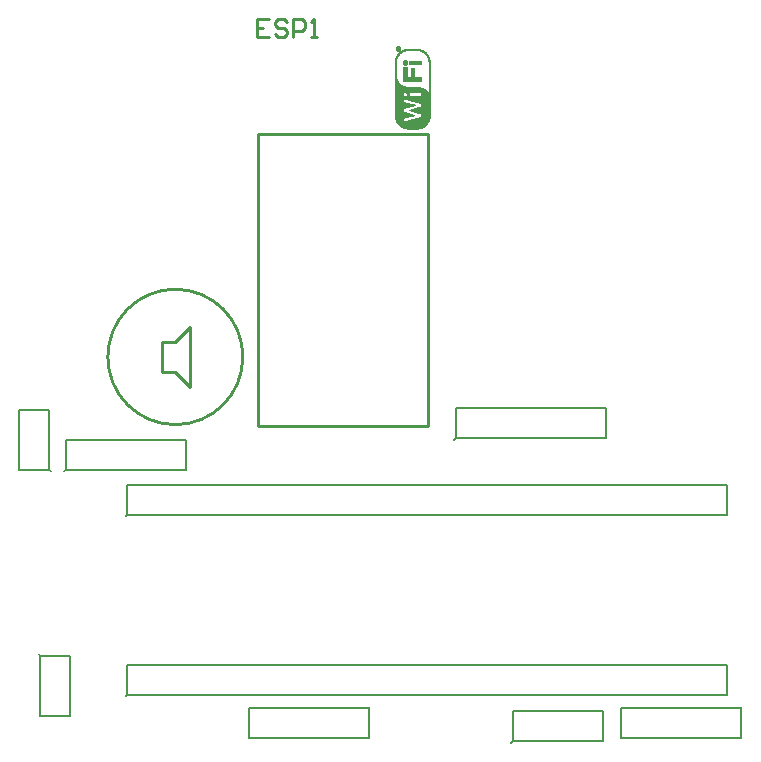
<source format=gto>
G04*
G04 #@! TF.GenerationSoftware,Altium Limited,Altium Designer,25.4.2 (15)*
G04*
G04 Layer_Color=65535*
%FSTAX25Y25*%
%MOIN*%
G70*
G04*
G04 #@! TF.SameCoordinates,2C2525F3-303F-437E-BE4D-0CA75C0766EE*
G04*
G04*
G04 #@! TF.FilePolarity,Positive*
G04*
G01*
G75*
%ADD10C,0.01000*%
%ADD11C,0.00050*%
%ADD12C,0.00800*%
D10*
X00825Y0145D02*
G03*
X00375Y0145I-00225J0000138D01*
G01*
D02*
G03*
X00825Y0145I00225J0D01*
G01*
X0087653Y0122095D02*
Y0219339D01*
X0144346D01*
Y0122095D02*
Y0219339D01*
X0087653Y0122095D02*
X0144346D01*
X00555Y01445D02*
Y015D01*
X006D01*
X0065Y0155D01*
Y0135D02*
Y0155D01*
X006Y014D02*
X0065Y0135D01*
X00555Y014D02*
X006D01*
X00555D02*
Y01445D01*
X0091099Y0257698D02*
X00871D01*
Y02517D01*
X0091099D01*
X00871Y0254699D02*
X0089099D01*
X0097097Y0256698D02*
X0096097Y0257698D01*
X0094098D01*
X0093098Y0256698D01*
Y0255699D01*
X0094098Y0254699D01*
X0096097D01*
X0097097Y0253699D01*
Y02527D01*
X0096097Y02517D01*
X0094098D01*
X0093098Y02527D01*
X0099096Y02517D02*
Y0257698D01*
X0102095D01*
X0103095Y0256698D01*
Y0254699D01*
X0102095Y0253699D01*
X0099096D01*
X0105094Y02517D02*
X0107094D01*
X0106094D01*
Y0257698D01*
X0105094Y0256698D01*
D11*
X0144798Y0225216D02*
Y0243716D01*
X0144748Y0224866D02*
Y0244116D01*
X0144698Y0224616D02*
Y0244316D01*
X0144648Y0224416D02*
Y0244516D01*
X0144598Y0224266D02*
Y0244666D01*
X0144548Y0224116D02*
Y0244816D01*
X0144498Y0223966D02*
Y0244966D01*
X0144448Y0223866D02*
Y0245066D01*
X0144398Y0223766D02*
Y0245166D01*
X0144348Y0243816D02*
Y0245266D01*
Y0223666D02*
Y0233166D01*
X0144298Y0244166D02*
Y0245366D01*
Y0223566D02*
Y0233216D01*
X0144248Y0244416D02*
Y0245466D01*
Y0223466D02*
Y0233316D01*
X0144198Y0244566D02*
Y0245566D01*
Y0223366D02*
Y0233366D01*
X0144148Y0244716D02*
Y0245666D01*
Y0223266D02*
Y0233416D01*
X0144098Y0244866D02*
Y0245716D01*
Y0223216D02*
Y0233466D01*
X0144048Y0244966D02*
Y0245816D01*
Y0223116D02*
Y0233516D01*
X0143998Y0245066D02*
Y0245866D01*
Y0223066D02*
Y0233566D01*
X0143948Y0245166D02*
Y0245916D01*
Y0222966D02*
Y0233616D01*
X0143898Y0245266D02*
Y0246016D01*
Y0222916D02*
Y0233666D01*
X0143848Y0245366D02*
Y0246066D01*
Y0222866D02*
Y0233716D01*
X0143798Y0245466D02*
Y0246116D01*
Y0222816D02*
Y0233766D01*
X0143748Y0245516D02*
Y0246166D01*
Y0222766D02*
Y0233816D01*
X0143698Y0245616D02*
Y0246266D01*
Y0222666D02*
Y0233866D01*
X0143648Y0245666D02*
Y0246316D01*
Y0222616D02*
Y0233916D01*
X0143598Y0245716D02*
Y0246366D01*
Y0222566D02*
Y0233916D01*
X0143548Y0245816D02*
Y0246416D01*
Y0222516D02*
Y0233966D01*
X0143498Y0245866D02*
Y0246466D01*
Y0222466D02*
Y0234016D01*
X0143448Y0245916D02*
Y0246516D01*
Y0222416D02*
Y0234066D01*
X0143398Y0245966D02*
Y0246566D01*
Y0222366D02*
Y0234116D01*
X0143348Y0246016D02*
Y0246616D01*
Y0222316D02*
Y0234116D01*
X0143298Y0246116D02*
Y0246666D01*
Y0222266D02*
Y0234166D01*
X0143248Y0246166D02*
Y0246666D01*
Y0222216D02*
Y0234216D01*
X0143198Y0246216D02*
Y0246716D01*
Y0222216D02*
Y0234216D01*
X0143148Y0246266D02*
Y0246766D01*
Y0222166D02*
Y0234266D01*
X0143098Y0246266D02*
Y0246816D01*
Y0222116D02*
Y0234316D01*
X0143048Y0246316D02*
Y0246866D01*
Y0222066D02*
Y0234316D01*
X0142998Y0246366D02*
Y0246866D01*
Y0222066D02*
Y0234366D01*
X0142948Y0246416D02*
Y0246916D01*
Y0222016D02*
Y0234416D01*
X0142898Y0246466D02*
Y0246966D01*
Y0221966D02*
Y0234416D01*
X0142848Y0246516D02*
Y0247016D01*
Y0221916D02*
Y0234466D01*
X0142798Y0246516D02*
Y0247016D01*
Y0221916D02*
Y0234466D01*
X0142748Y0246566D02*
Y0247066D01*
Y0221866D02*
Y0234516D01*
X0142698Y0246616D02*
Y0247116D01*
Y0221816D02*
Y0234516D01*
X0142648Y0246666D02*
Y0247116D01*
Y0221816D02*
Y0234566D01*
X0142598Y0246666D02*
Y0247166D01*
Y0221766D02*
Y0234566D01*
X0142548Y0246716D02*
Y0247166D01*
Y0221766D02*
Y0234616D01*
X0142498Y0246766D02*
Y0247216D01*
Y0221716D02*
Y0234616D01*
X0142448Y0246766D02*
Y0247216D01*
Y0221666D02*
Y0234666D01*
X0142398Y0246816D02*
Y0247266D01*
Y0221666D02*
Y0234666D01*
X0142348Y0246816D02*
Y0247266D01*
Y0221616D02*
Y0234666D01*
X0142298Y0246866D02*
Y0247316D01*
Y0221616D02*
Y0234716D01*
X0142248Y0246866D02*
Y0247316D01*
Y0221566D02*
Y0234716D01*
X0142198Y0246916D02*
Y0247366D01*
Y0221566D02*
Y0234766D01*
X0142148Y0246916D02*
Y0247366D01*
Y0221566D02*
Y0234766D01*
X0142098Y0246966D02*
Y0247416D01*
Y0221516D02*
Y0234766D01*
X0142048Y0246966D02*
Y0247416D01*
Y0221516D02*
Y0234816D01*
X0141998Y0247016D02*
Y0247466D01*
Y0243816D02*
Y0243866D01*
Y0242866D02*
Y0243666D01*
Y0242666D02*
Y0242766D01*
Y0237216D02*
Y0238466D01*
Y0233266D02*
Y0234816D01*
Y0229666D02*
Y0232016D01*
Y0228766D02*
Y0228866D01*
Y0228666D02*
Y0228716D01*
Y0226066D02*
Y0228566D01*
Y0225216D02*
Y0225266D01*
Y0221466D02*
Y0225116D01*
X0141948Y0247016D02*
Y0247466D01*
Y0242566D02*
Y0243866D01*
Y0237116D02*
Y0238466D01*
Y0233266D02*
Y0234816D01*
Y0229666D02*
Y0231966D01*
Y0226166D02*
Y0228566D01*
Y0221466D02*
Y0225066D01*
X0141898Y0247066D02*
Y0247466D01*
Y0242566D02*
Y0243866D01*
Y0237116D02*
Y0238466D01*
Y0233266D02*
Y0234866D01*
Y0229716D02*
Y0231966D01*
Y0226166D02*
Y0228566D01*
Y0221466D02*
Y0225066D01*
X0141848Y0247066D02*
Y0247516D01*
Y0242566D02*
Y0243866D01*
Y0237116D02*
Y0238466D01*
Y0233266D02*
Y0234866D01*
Y0229716D02*
Y0231966D01*
Y0226166D02*
Y0228516D01*
Y0221416D02*
Y0225066D01*
X0141798Y0247066D02*
Y0247516D01*
Y0242566D02*
Y0243866D01*
Y0237116D02*
Y0238466D01*
Y0233266D02*
Y0234866D01*
Y0229716D02*
Y0232016D01*
Y0226216D02*
Y0228516D01*
Y0221416D02*
Y0225016D01*
X0141748Y0247116D02*
Y0247516D01*
Y0242566D02*
Y0243866D01*
Y0237116D02*
Y0238466D01*
Y0233266D02*
Y0234866D01*
Y0229716D02*
Y0232016D01*
Y0226216D02*
Y0228516D01*
Y0221366D02*
Y0225016D01*
X0141698Y0247116D02*
Y0247566D01*
Y0242566D02*
Y0243866D01*
Y0237116D02*
Y0238466D01*
Y0233266D02*
Y0234916D01*
Y0229766D02*
Y0231966D01*
Y0226216D02*
Y0228466D01*
Y0221366D02*
Y0225016D01*
X0141648Y0247116D02*
Y0247566D01*
Y0242566D02*
Y0243866D01*
Y0237116D02*
Y0238466D01*
Y0233266D02*
Y0234916D01*
Y0229766D02*
Y0231966D01*
Y0226266D02*
Y0228466D01*
Y0221366D02*
Y0225016D01*
X0141598Y0247166D02*
Y0247566D01*
Y0242566D02*
Y0243866D01*
Y0237116D02*
Y0238466D01*
Y0233266D02*
Y0234916D01*
Y0229766D02*
Y0231966D01*
Y0226266D02*
Y0228466D01*
Y0221366D02*
Y0224966D01*
X0141548Y0247166D02*
Y0247616D01*
Y0242566D02*
Y0243866D01*
Y0237116D02*
Y0238466D01*
Y0233266D02*
Y0234916D01*
Y0229766D02*
Y0231966D01*
Y0226266D02*
Y0228466D01*
Y0221316D02*
Y0224966D01*
X0141498Y0247166D02*
Y0247616D01*
Y0242566D02*
Y0243866D01*
Y0237116D02*
Y0238466D01*
Y0233266D02*
Y0234966D01*
Y0229816D02*
Y0231966D01*
Y0226266D02*
Y0228416D01*
Y0221316D02*
Y0224966D01*
X0141448Y0247216D02*
Y0247616D01*
Y0242566D02*
Y0243866D01*
Y0237116D02*
Y0238466D01*
Y0233266D02*
Y0234966D01*
Y0229816D02*
Y0231966D01*
Y0226316D02*
Y0228416D01*
Y0221316D02*
Y0224916D01*
X0141398Y0247216D02*
Y0247616D01*
Y0242566D02*
Y0243866D01*
Y0237116D02*
Y0238466D01*
Y0233266D02*
Y0234966D01*
Y0229816D02*
Y0231966D01*
Y0226316D02*
Y0228416D01*
Y0221266D02*
Y0224916D01*
X0141348Y0247216D02*
Y0247666D01*
Y0242566D02*
Y0243866D01*
Y0237116D02*
Y0238466D01*
Y0233266D02*
Y0234966D01*
Y0229866D02*
Y0231966D01*
Y0226316D02*
Y0228366D01*
Y0221266D02*
Y0224916D01*
X0141298Y0247216D02*
Y0247666D01*
Y0242566D02*
Y0243866D01*
Y0237116D02*
Y0238466D01*
Y0233266D02*
Y0234966D01*
Y0229866D02*
Y0231966D01*
Y0226366D02*
Y0228366D01*
Y0221266D02*
Y0224916D01*
X0141248Y0247266D02*
Y0247666D01*
Y0242566D02*
Y0243866D01*
Y0237116D02*
Y0238466D01*
Y0233266D02*
Y0235016D01*
Y0229866D02*
Y0231966D01*
Y0226366D02*
Y0228366D01*
Y0221266D02*
Y0224866D01*
X0141198Y0247266D02*
Y0247666D01*
Y0242566D02*
Y0243866D01*
Y0237116D02*
Y0238466D01*
Y0233266D02*
Y0235016D01*
Y0229866D02*
Y0231966D01*
Y0226366D02*
Y0228366D01*
Y0221266D02*
Y0224866D01*
X0141148Y0247266D02*
Y0247666D01*
Y0242566D02*
Y0243866D01*
Y0237116D02*
Y0238466D01*
Y0233266D02*
Y0235016D01*
Y0229916D02*
Y0231966D01*
Y0226366D02*
Y0228316D01*
Y0221216D02*
Y0224866D01*
X0141098Y0247266D02*
Y0247716D01*
Y0242566D02*
Y0243866D01*
Y0237116D02*
Y0238466D01*
Y0233266D02*
Y0235016D01*
Y0229916D02*
Y0231966D01*
Y0226416D02*
Y0228316D01*
Y0221216D02*
Y0224866D01*
X0141048Y0247266D02*
Y0247716D01*
Y0242566D02*
Y0243866D01*
Y0237116D02*
Y0238466D01*
Y0233266D02*
Y0235016D01*
Y0229916D02*
Y0231966D01*
Y0226416D02*
Y0228316D01*
Y0221216D02*
Y0224816D01*
X0140998Y0247316D02*
Y0247716D01*
Y0242566D02*
Y0243866D01*
Y0237116D02*
Y0238466D01*
Y0233266D02*
Y0235016D01*
Y0229916D02*
Y0231966D01*
Y0226416D02*
Y0228266D01*
Y0221216D02*
Y0224816D01*
X0140948Y0247316D02*
Y0247716D01*
Y0242566D02*
Y0243866D01*
Y0237116D02*
Y0238466D01*
Y0233266D02*
Y0235016D01*
Y0229966D02*
Y0231966D01*
Y0226466D02*
Y0228266D01*
Y0221216D02*
Y0224816D01*
X0140898Y0247316D02*
Y0247716D01*
Y0242566D02*
Y0243866D01*
Y0237116D02*
Y0238466D01*
Y0233266D02*
Y0235016D01*
Y0229966D02*
Y0231966D01*
Y0226466D02*
Y0228266D01*
Y0221216D02*
Y0224816D01*
X0140848Y0247316D02*
Y0247716D01*
Y0242566D02*
Y0243866D01*
Y0237116D02*
Y0238466D01*
Y0233266D02*
Y0235066D01*
Y0229966D02*
Y0231966D01*
Y0226466D02*
Y0228216D01*
Y0221216D02*
Y0224766D01*
X0140798Y0247316D02*
Y0247766D01*
Y0242566D02*
Y0243866D01*
Y0237116D02*
Y0238466D01*
Y0233266D02*
Y0235066D01*
Y0229966D02*
Y0231966D01*
Y0226466D02*
Y0228216D01*
Y0221166D02*
Y0224766D01*
X0140748Y0247316D02*
Y0247766D01*
Y0242566D02*
Y0243866D01*
Y0237116D02*
Y0238466D01*
Y0233266D02*
Y0235066D01*
Y0230016D02*
Y0231966D01*
Y0226516D02*
Y0228216D01*
Y0221166D02*
Y0224766D01*
X0140698Y0247316D02*
Y0247766D01*
Y0242566D02*
Y0243866D01*
Y0237116D02*
Y0238466D01*
Y0233266D02*
Y0235066D01*
Y0230016D02*
Y0231966D01*
Y0226516D02*
Y0228216D01*
Y0221166D02*
Y0224716D01*
X0140648Y0247316D02*
Y0247766D01*
Y0242566D02*
Y0243866D01*
Y0237116D02*
Y0238466D01*
Y0233266D02*
Y0235066D01*
Y0230016D02*
Y0231966D01*
Y0226516D02*
Y0228166D01*
Y0221166D02*
Y0224716D01*
X0140598Y0247316D02*
Y0247766D01*
Y0242566D02*
Y0243866D01*
Y0237116D02*
Y0238466D01*
Y0233266D02*
Y0235066D01*
Y0230016D02*
Y0231966D01*
Y0226566D02*
Y0228166D01*
Y0221166D02*
Y0224716D01*
X0140548Y0247316D02*
Y0247766D01*
Y0242566D02*
Y0243866D01*
Y0237116D02*
Y0238466D01*
Y0233266D02*
Y0235066D01*
Y0230066D02*
Y0231966D01*
Y0226566D02*
Y0228166D01*
Y0221166D02*
Y0224716D01*
X0140498Y0247316D02*
Y0247766D01*
Y0242566D02*
Y0243866D01*
Y0237116D02*
Y0238466D01*
Y0233266D02*
Y0235066D01*
Y0230066D02*
Y0231966D01*
Y0226566D02*
Y0228116D01*
Y0221166D02*
Y0224666D01*
X0140448Y0247316D02*
Y0247766D01*
Y0242566D02*
Y0243866D01*
Y0237116D02*
Y0238466D01*
Y0233266D02*
Y0235066D01*
Y0230066D02*
Y0231966D01*
Y0226566D02*
Y0228116D01*
Y0221166D02*
Y0224666D01*
X0140398Y0247316D02*
Y0247766D01*
Y0242566D02*
Y0243866D01*
Y0237116D02*
Y0238466D01*
Y0233266D02*
Y0235066D01*
Y0230116D02*
Y0231966D01*
Y0226616D02*
Y0228116D01*
Y0221166D02*
Y0224666D01*
X0140348Y0247316D02*
Y0247766D01*
Y0242566D02*
Y0243866D01*
Y0237116D02*
Y0238466D01*
Y0233266D02*
Y0235066D01*
Y0230116D02*
Y0231966D01*
Y0226616D02*
Y0228116D01*
Y0221166D02*
Y0224666D01*
X0140298Y0247316D02*
Y0247766D01*
Y0242566D02*
Y0243866D01*
Y0237116D02*
Y0238466D01*
Y0233266D02*
Y0235066D01*
Y0230116D02*
Y0231966D01*
Y0226616D02*
Y0228066D01*
Y0221166D02*
Y0224616D01*
X0140248Y0247316D02*
Y0247766D01*
Y0242566D02*
Y0243866D01*
Y0237116D02*
Y0238466D01*
Y0233266D02*
Y0235066D01*
Y0230116D02*
Y0231966D01*
Y0226666D02*
Y0228066D01*
Y0221166D02*
Y0224616D01*
X0140198Y0247316D02*
Y0247766D01*
Y0242566D02*
Y0243866D01*
Y0237116D02*
Y0238466D01*
Y0233266D02*
Y0235066D01*
Y0230166D02*
Y0231966D01*
Y0226666D02*
Y0228066D01*
Y0221166D02*
Y0224616D01*
X0140148Y0247316D02*
Y0247766D01*
Y0242566D02*
Y0243866D01*
Y0237116D02*
Y0238466D01*
Y0233266D02*
Y0235066D01*
Y0230166D02*
Y0231966D01*
Y0226666D02*
Y0228066D01*
Y0221166D02*
Y0224616D01*
X0140098Y0247316D02*
Y0247766D01*
Y0242566D02*
Y0243866D01*
Y0237116D02*
Y0238466D01*
Y0233266D02*
Y0235066D01*
Y0230166D02*
Y0231966D01*
Y0226666D02*
Y0228016D01*
Y0221166D02*
Y0224566D01*
X0140048Y0247316D02*
Y0247766D01*
Y0242566D02*
Y0243866D01*
Y0237116D02*
Y0238466D01*
Y0233266D02*
Y0235066D01*
Y0230166D02*
Y0231966D01*
Y0226716D02*
Y0228016D01*
Y0221166D02*
Y0224566D01*
X0139998Y0247316D02*
Y0247766D01*
Y0242566D02*
Y0243866D01*
Y0237116D02*
Y0238466D01*
Y0233266D02*
Y0235066D01*
Y0230216D02*
Y0231966D01*
Y0226716D02*
Y0228016D01*
Y0221166D02*
Y0224566D01*
X0139948Y0247316D02*
Y0247766D01*
Y0242566D02*
Y0243866D01*
Y0237116D02*
Y0238466D01*
Y0233266D02*
Y0235066D01*
Y0230216D02*
Y0231966D01*
Y0226716D02*
Y0227966D01*
Y0221166D02*
Y0224516D01*
X0139898Y0247316D02*
Y0247766D01*
Y0242566D02*
Y0243866D01*
Y0237116D02*
Y0238466D01*
Y0233266D02*
Y0235066D01*
Y0230216D02*
Y0231966D01*
Y0226766D02*
Y0227966D01*
Y0221166D02*
Y0224516D01*
X0139848Y0247316D02*
Y0247766D01*
Y0242566D02*
Y0243866D01*
Y0237116D02*
Y0238466D01*
Y0233266D02*
Y0235066D01*
Y0230216D02*
Y0231966D01*
Y0229066D02*
Y0229116D01*
Y0226766D02*
Y0227966D01*
Y0221166D02*
Y0224516D01*
X0139798Y0247316D02*
Y0247766D01*
Y0242566D02*
Y0243866D01*
Y0237116D02*
Y0238466D01*
Y0233266D02*
Y0235066D01*
Y0230266D02*
Y0231966D01*
Y0229066D02*
Y0229116D01*
Y0226766D02*
Y0227916D01*
Y0221166D02*
Y0224516D01*
X0139748Y0247316D02*
Y0247766D01*
Y0242566D02*
Y0243866D01*
Y0237116D02*
Y0238466D01*
Y0233266D02*
Y0235066D01*
Y0230266D02*
Y0231966D01*
Y0229066D02*
Y0229166D01*
Y0226816D02*
Y0227916D01*
Y0221166D02*
Y0224466D01*
X0139698Y0247316D02*
Y0247766D01*
Y0242566D02*
Y0243866D01*
Y0237116D02*
Y0238466D01*
Y0233266D02*
Y0235066D01*
Y0230266D02*
Y0231966D01*
Y0229066D02*
Y0229166D01*
Y0226816D02*
Y0227916D01*
Y0225666D02*
Y0225716D01*
Y0221166D02*
Y0224466D01*
X0139648Y0247316D02*
Y0247766D01*
Y0242566D02*
Y0243866D01*
Y0237116D02*
Y0238466D01*
Y0233266D02*
Y0235066D01*
Y0230266D02*
Y0231966D01*
Y0229016D02*
Y0229166D01*
Y0226816D02*
Y0227916D01*
Y0225616D02*
Y0225716D01*
Y0221166D02*
Y0224466D01*
X0139598Y0247316D02*
Y0247766D01*
Y0242566D02*
Y0243866D01*
Y0237116D02*
Y0241466D01*
Y0233266D02*
Y0235066D01*
Y0230316D02*
Y0231966D01*
Y0229016D02*
Y0229166D01*
Y0226816D02*
Y0227866D01*
Y0225616D02*
Y0225716D01*
Y0221166D02*
Y0224466D01*
X0139548Y0247316D02*
Y0247766D01*
Y0242566D02*
Y0243866D01*
Y0237116D02*
Y0241466D01*
Y0233266D02*
Y0235066D01*
Y0230316D02*
Y0231966D01*
Y0229016D02*
Y0229216D01*
Y0226866D02*
Y0227866D01*
Y0225616D02*
Y0225766D01*
Y0221166D02*
Y0224416D01*
X0139498Y0247316D02*
Y0247766D01*
Y0242566D02*
Y0243866D01*
Y0237116D02*
Y0241466D01*
Y0233266D02*
Y0235066D01*
Y0230316D02*
Y0231966D01*
Y0228966D02*
Y0229216D01*
Y0226866D02*
Y0227866D01*
Y0225616D02*
Y0225766D01*
Y0221166D02*
Y0224416D01*
X0139448Y0247316D02*
Y0247766D01*
Y0242566D02*
Y0243866D01*
Y0237116D02*
Y0241466D01*
Y0233266D02*
Y0235066D01*
Y0230366D02*
Y0231966D01*
Y0228966D02*
Y0229216D01*
Y0226866D02*
Y0227816D01*
Y0225566D02*
Y0225766D01*
Y0221166D02*
Y0224416D01*
X0139398Y0247316D02*
Y0247766D01*
Y0242566D02*
Y0243866D01*
Y0237116D02*
Y0241466D01*
Y0233266D02*
Y0235066D01*
Y0230366D02*
Y0231966D01*
Y0228966D02*
Y0229216D01*
Y0226916D02*
Y0227816D01*
Y0225566D02*
Y0225766D01*
Y0221166D02*
Y0224366D01*
X0139348Y0247316D02*
Y0247766D01*
Y0242566D02*
Y0243866D01*
Y0237116D02*
Y0241466D01*
Y0233266D02*
Y0235066D01*
Y0230366D02*
Y0231966D01*
Y0228966D02*
Y0229216D01*
Y0226916D02*
Y0227816D01*
Y0225566D02*
Y0225816D01*
Y0221166D02*
Y0224366D01*
X0139298Y0247316D02*
Y0247766D01*
Y0242566D02*
Y0243866D01*
Y0237116D02*
Y0241466D01*
Y0233266D02*
Y0235066D01*
Y0230366D02*
Y0231966D01*
Y0228916D02*
Y0229266D01*
Y0226916D02*
Y0227816D01*
Y0225566D02*
Y0225816D01*
Y0221166D02*
Y0224366D01*
X0139248Y0247316D02*
Y0247766D01*
Y0242566D02*
Y0243866D01*
Y0237116D02*
Y0241466D01*
Y0233266D02*
Y0235066D01*
Y0230416D02*
Y0231966D01*
Y0228916D02*
Y0229266D01*
Y0226916D02*
Y0227766D01*
Y0225566D02*
Y0225816D01*
Y0221166D02*
Y0224366D01*
X0139198Y0247316D02*
Y0247766D01*
Y0242566D02*
Y0243866D01*
Y0237116D02*
Y0241466D01*
Y0233266D02*
Y0235066D01*
Y0230416D02*
Y0231966D01*
Y0228916D02*
Y0229266D01*
Y0226966D02*
Y0227766D01*
Y0225516D02*
Y0225866D01*
Y0221166D02*
Y0224316D01*
X0139148Y0247316D02*
Y0247766D01*
Y0242566D02*
Y0243866D01*
Y0237116D02*
Y0241466D01*
Y0233266D02*
Y0235066D01*
Y0230416D02*
Y0231966D01*
Y0228916D02*
Y0229266D01*
Y0226966D02*
Y0227766D01*
Y0225516D02*
Y0225866D01*
Y0221166D02*
Y0224316D01*
X0139098Y0247316D02*
Y0247766D01*
Y0242566D02*
Y0243866D01*
Y0237116D02*
Y0241466D01*
Y0233266D02*
Y0235066D01*
Y0230416D02*
Y0231966D01*
Y0228866D02*
Y0229316D01*
Y0226966D02*
Y0227716D01*
Y0225516D02*
Y0225866D01*
Y0221166D02*
Y0224316D01*
X0139048Y0247316D02*
Y0247766D01*
Y0242566D02*
Y0243866D01*
Y0237116D02*
Y0241466D01*
Y0233266D02*
Y0235066D01*
Y0230466D02*
Y0231966D01*
Y0228866D02*
Y0229316D01*
Y0227016D02*
Y0227716D01*
Y0225516D02*
Y0225916D01*
Y0221166D02*
Y0224316D01*
X0138998Y0247316D02*
Y0247766D01*
Y0242566D02*
Y0243866D01*
Y0237116D02*
Y0241466D01*
Y0233266D02*
Y0235066D01*
Y0230466D02*
Y0231966D01*
Y0228866D02*
Y0229316D01*
Y0227016D02*
Y0227716D01*
Y0225466D02*
Y0225916D01*
Y0221166D02*
Y0224266D01*
X0138948Y0247316D02*
Y0247766D01*
Y0242566D02*
Y0243866D01*
Y0237116D02*
Y0241466D01*
Y0233266D02*
Y0235066D01*
Y0230466D02*
Y0231966D01*
Y0228816D02*
Y0229316D01*
Y0227016D02*
Y0227716D01*
Y0225466D02*
Y0225916D01*
Y0221166D02*
Y0224266D01*
X0138898Y0247316D02*
Y0247766D01*
Y0242566D02*
Y0243866D01*
Y0237116D02*
Y0241466D01*
Y0233266D02*
Y0235066D01*
Y0230466D02*
Y0231966D01*
Y0228816D02*
Y0229366D01*
Y0227016D02*
Y0227666D01*
Y0225466D02*
Y0225916D01*
Y0221166D02*
Y0224266D01*
X0138848Y0247316D02*
Y0247766D01*
Y0242566D02*
Y0243866D01*
Y0237116D02*
Y0241466D01*
Y0233266D02*
Y0235066D01*
Y0230516D02*
Y0231966D01*
Y0228816D02*
Y0229366D01*
Y0227066D02*
Y0227666D01*
Y0225466D02*
Y0225966D01*
Y0221166D02*
Y0224266D01*
X0138798Y0247316D02*
Y0247766D01*
Y0242566D02*
Y0243866D01*
Y0237116D02*
Y0241466D01*
Y0233266D02*
Y0235066D01*
Y0230516D02*
Y0231966D01*
Y0228766D02*
Y0229366D01*
Y0227066D02*
Y0227666D01*
Y0225466D02*
Y0225966D01*
Y0221166D02*
Y0224216D01*
X0138748Y0247316D02*
Y0247766D01*
Y0242566D02*
Y0243866D01*
Y0237116D02*
Y0241466D01*
Y0233266D02*
Y0235066D01*
Y0230516D02*
Y0231966D01*
Y0228766D02*
Y0229366D01*
Y0227066D02*
Y0227616D01*
Y0225416D02*
Y0225966D01*
Y0221166D02*
Y0224216D01*
X0138698Y0247316D02*
Y0247766D01*
Y0242566D02*
Y0243866D01*
Y0237116D02*
Y0241466D01*
Y0233266D02*
Y0235066D01*
Y0230516D02*
Y0231966D01*
Y0228766D02*
Y0229366D01*
Y0227116D02*
Y0227616D01*
Y0225416D02*
Y0226016D01*
Y0221166D02*
Y0224216D01*
X0138648Y0247316D02*
Y0247766D01*
Y0242566D02*
Y0243866D01*
Y0237116D02*
Y0241466D01*
Y0233266D02*
Y0235066D01*
Y0230566D02*
Y0231966D01*
Y0228766D02*
Y0229416D01*
Y0227116D02*
Y0227616D01*
Y0225416D02*
Y0226016D01*
Y0221166D02*
Y0224166D01*
X0138598Y0247316D02*
Y0247766D01*
Y0242566D02*
Y0243866D01*
Y0237116D02*
Y0241466D01*
Y0233266D02*
Y0235066D01*
Y0230566D02*
Y0231966D01*
Y0228716D02*
Y0229416D01*
Y0227116D02*
Y0227616D01*
Y0225416D02*
Y0226016D01*
Y0221166D02*
Y0224166D01*
X0138548Y0247316D02*
Y0247766D01*
Y0242566D02*
Y0243866D01*
Y0237116D02*
Y0241466D01*
Y0233266D02*
Y0235066D01*
Y0230566D02*
Y0231966D01*
Y0228716D02*
Y0229416D01*
Y0227116D02*
Y0227566D01*
Y0225366D02*
Y0226016D01*
Y0221166D02*
Y0224166D01*
X0138498Y0247316D02*
Y0247766D01*
Y0242566D02*
Y0243866D01*
Y0237116D02*
Y0241466D01*
Y0233266D02*
Y0235066D01*
Y0230616D02*
Y0231966D01*
Y0228716D02*
Y0229416D01*
Y0227166D02*
Y0227566D01*
Y0225366D02*
Y0226066D01*
Y0221166D02*
Y0224166D01*
X0138448Y0247316D02*
Y0247766D01*
Y0242566D02*
Y0243866D01*
Y0237116D02*
Y0241466D01*
Y0233266D02*
Y0235066D01*
Y0230616D02*
Y0231966D01*
Y0228666D02*
Y0229466D01*
Y0227166D02*
Y0227566D01*
Y0225366D02*
Y0226066D01*
Y0221166D02*
Y0224116D01*
X0138398Y0247316D02*
Y0247766D01*
Y0242566D02*
Y0243866D01*
Y0237116D02*
Y0241466D01*
Y0233266D02*
Y0235066D01*
Y0230616D02*
Y0231966D01*
Y0228666D02*
Y0229466D01*
Y0227166D02*
Y0227516D01*
Y0225366D02*
Y0226066D01*
Y0221166D02*
Y0224116D01*
X0138348Y0247316D02*
Y0247766D01*
Y0242566D02*
Y0243866D01*
Y0237116D02*
Y0238466D01*
Y0233266D02*
Y0235066D01*
Y0230616D02*
Y0231966D01*
Y0228666D02*
Y0229466D01*
Y0227216D02*
Y0227516D01*
Y0225366D02*
Y0226116D01*
Y0221166D02*
Y0224116D01*
X0138298Y0247316D02*
Y0247766D01*
Y0242566D02*
Y0243866D01*
Y0237116D02*
Y0238466D01*
Y0233266D02*
Y0235066D01*
Y0230666D02*
Y0231966D01*
Y0228666D02*
Y0229466D01*
Y0227216D02*
Y0227516D01*
Y0225316D02*
Y0226116D01*
Y0221166D02*
Y0224116D01*
X0138248Y0247316D02*
Y0247766D01*
Y0242566D02*
Y0243866D01*
Y0237116D02*
Y0238466D01*
Y0233266D02*
Y0235066D01*
Y0230666D02*
Y0231966D01*
Y0228616D02*
Y0229516D01*
Y0227216D02*
Y0227516D01*
Y0225316D02*
Y0226116D01*
Y0221166D02*
Y0224066D01*
X0138198Y0247316D02*
Y0247766D01*
Y0242566D02*
Y0243866D01*
Y0237116D02*
Y0238466D01*
Y0233266D02*
Y0235066D01*
Y0230666D02*
Y0231966D01*
Y0228616D02*
Y0229516D01*
Y0227216D02*
Y0227466D01*
Y0225316D02*
Y0226166D01*
Y0221166D02*
Y0224066D01*
X0138148Y0247316D02*
Y0247766D01*
Y0242566D02*
Y0243866D01*
Y0237116D02*
Y0238466D01*
Y0233266D02*
Y0235066D01*
Y0230666D02*
Y0231966D01*
Y0228616D02*
Y0229516D01*
Y0227266D02*
Y0227466D01*
Y0225316D02*
Y0226166D01*
Y0221166D02*
Y0224066D01*
X0138098Y0247316D02*
Y0247766D01*
Y0242566D02*
Y0243866D01*
Y0237116D02*
Y0238466D01*
Y0233266D02*
Y0235066D01*
Y0230716D02*
Y0232016D01*
Y0228566D02*
Y0229516D01*
Y0227266D02*
Y0227466D01*
Y0225266D02*
Y0226166D01*
Y0221166D02*
Y0224016D01*
X0138048Y0247316D02*
Y0247766D01*
Y0242566D02*
Y0243866D01*
Y0237116D02*
Y0238466D01*
Y0233266D02*
Y0235066D01*
Y0230716D02*
Y0231966D01*
Y0228566D02*
Y0229516D01*
Y0227266D02*
Y0227416D01*
Y0225266D02*
Y0226166D01*
Y0221166D02*
Y0224016D01*
X0137998Y0247316D02*
Y0247766D01*
Y0242566D02*
Y0243866D01*
Y0237116D02*
Y0238466D01*
Y0233266D02*
Y0235066D01*
Y0230716D02*
Y0231966D01*
Y0228566D02*
Y0229566D01*
Y0227316D02*
Y0227416D01*
Y0225266D02*
Y0226216D01*
Y0221166D02*
Y0224016D01*
X0137948Y0247316D02*
Y0247766D01*
Y0242566D02*
Y0243866D01*
Y0237116D02*
Y0238466D01*
Y0233266D02*
Y0235066D01*
Y0230716D02*
Y0231966D01*
Y0228566D02*
Y0229566D01*
Y0227316D02*
Y0227416D01*
Y0225266D02*
Y0226216D01*
Y0221166D02*
Y0224016D01*
X0137898Y0247316D02*
Y0247766D01*
Y0242566D02*
Y0243866D01*
Y0237116D02*
Y0238466D01*
Y0233266D02*
Y0235066D01*
Y0230766D02*
Y0231966D01*
Y0228516D02*
Y0229566D01*
Y0227316D02*
Y0227416D01*
Y0225266D02*
Y0226216D01*
Y0221166D02*
Y0223966D01*
X0137848Y0247316D02*
Y0247766D01*
Y0242566D02*
Y0243866D01*
Y0237116D02*
Y0238466D01*
Y0233266D02*
Y0235066D01*
Y0230766D02*
Y0231966D01*
Y0228516D02*
Y0229566D01*
Y0227316D02*
Y0227366D01*
Y0225216D02*
Y0226266D01*
Y0221166D02*
Y0223966D01*
X0137798Y0247316D02*
Y0247766D01*
Y0237116D02*
Y0238466D01*
Y0230766D02*
Y0235066D01*
Y0228516D02*
Y0229616D01*
Y0225216D02*
Y0226266D01*
Y0221166D02*
Y0223966D01*
X0137748Y0247316D02*
Y0247766D01*
Y0237116D02*
Y0238466D01*
Y0230816D02*
Y0235066D01*
Y0228516D02*
Y0229616D01*
Y0225216D02*
Y0226266D01*
Y0221166D02*
Y0223966D01*
X0137698Y0247316D02*
Y0247766D01*
Y0237116D02*
Y0238466D01*
Y0230816D02*
Y0235066D01*
Y0228466D02*
Y0229616D01*
Y0225216D02*
Y0226316D01*
Y0221166D02*
Y0223916D01*
X0137648Y0247316D02*
Y0247766D01*
Y0237116D02*
Y0238466D01*
Y0230816D02*
Y0235066D01*
Y0228466D02*
Y0229616D01*
Y0225166D02*
Y0226316D01*
Y0221166D02*
Y0223916D01*
X0137598Y0247316D02*
Y0247766D01*
Y0237116D02*
Y0238466D01*
Y0230816D02*
Y0235066D01*
Y0228466D02*
Y0229666D01*
Y0225166D02*
Y0226316D01*
Y0221166D02*
Y0223916D01*
X0137548Y0247316D02*
Y0247766D01*
Y0237116D02*
Y0238466D01*
Y0230866D02*
Y0235066D01*
Y0228416D02*
Y0229666D01*
Y0225166D02*
Y0226316D01*
Y0221166D02*
Y0223916D01*
X0137498Y0247316D02*
Y0247766D01*
Y0237116D02*
Y0238466D01*
Y0230866D02*
Y0235066D01*
Y0228416D02*
Y0229666D01*
Y0225166D02*
Y0226366D01*
Y0221166D02*
Y0223866D01*
X0137448Y0247316D02*
Y0247766D01*
Y0237116D02*
Y0238466D01*
Y0230866D02*
Y0235066D01*
Y0228416D02*
Y0229666D01*
Y0225116D02*
Y0226366D01*
Y0221166D02*
Y0223866D01*
X0137398Y0247316D02*
Y0247766D01*
Y0237116D02*
Y0238466D01*
Y0230866D02*
Y0235066D01*
Y0228416D02*
Y0229716D01*
Y0225116D02*
Y0226366D01*
Y0221166D02*
Y0223866D01*
X0137348Y0247316D02*
Y0247766D01*
Y0237116D02*
Y0238466D01*
Y0230916D02*
Y0235066D01*
Y0228366D02*
Y0229716D01*
Y0225116D02*
Y0226416D01*
Y0221166D02*
Y0223816D01*
X0137298Y0247316D02*
Y0247766D01*
Y0237116D02*
Y0238466D01*
Y0230916D02*
Y0235066D01*
Y0228366D02*
Y0229716D01*
Y0225116D02*
Y0226416D01*
Y0221166D02*
Y0223816D01*
X0137248Y0247316D02*
Y0247766D01*
Y0243166D02*
Y0243216D01*
Y0237116D02*
Y0238466D01*
Y0232616D02*
Y0235066D01*
Y0230916D02*
Y0232566D01*
Y0228366D02*
Y0229716D01*
Y0225116D02*
Y0226416D01*
Y0221166D02*
Y0223816D01*
X0137198Y0247316D02*
Y0247766D01*
Y0242966D02*
Y0243516D01*
Y0237116D02*
Y0238466D01*
Y0232916D02*
Y0235066D01*
Y0230916D02*
Y0232366D01*
Y0228316D02*
Y0229716D01*
Y0225066D02*
Y0226416D01*
Y0221166D02*
Y0223816D01*
X0137148Y0247316D02*
Y0247766D01*
Y0242816D02*
Y0243616D01*
Y0237116D02*
Y0238466D01*
Y0233016D02*
Y0235066D01*
Y0230966D02*
Y0232266D01*
Y0228316D02*
Y0229766D01*
Y0225066D02*
Y0226466D01*
Y0221166D02*
Y0223766D01*
X0137098Y0247316D02*
Y0247716D01*
Y0242766D02*
Y0243666D01*
Y0237116D02*
Y0241666D01*
Y0233116D02*
Y0235066D01*
Y0230966D02*
Y0232166D01*
Y0228316D02*
Y0229766D01*
Y0225066D02*
Y0226466D01*
Y0221216D02*
Y0223766D01*
X0137048Y0247316D02*
Y0247716D01*
Y0242716D02*
Y0243766D01*
Y0237116D02*
Y0241716D01*
Y0233166D02*
Y0235066D01*
Y0230966D02*
Y0232116D01*
Y0228316D02*
Y0229766D01*
Y0225066D02*
Y0226466D01*
Y0221216D02*
Y0223766D01*
X0136998Y0247316D02*
Y0247716D01*
Y0242666D02*
Y0243816D01*
Y0237116D02*
Y0241666D01*
Y0233216D02*
Y0235116D01*
Y0230966D02*
Y0232066D01*
Y0228266D02*
Y0229766D01*
Y0225016D02*
Y0226516D01*
Y0221216D02*
Y0223766D01*
X0136948Y0247316D02*
Y0247716D01*
Y0242616D02*
Y0243816D01*
Y0237116D02*
Y0241666D01*
Y0233216D02*
Y0235116D01*
Y0231016D02*
Y0232016D01*
Y0228266D02*
Y0229766D01*
Y0225016D02*
Y0226516D01*
Y0221216D02*
Y0223716D01*
X0136898Y0247266D02*
Y0247716D01*
Y0242566D02*
Y0243866D01*
Y0237116D02*
Y0241666D01*
Y0233266D02*
Y0235116D01*
Y0231016D02*
Y0231966D01*
Y0228266D02*
Y0229816D01*
Y0225016D02*
Y0226516D01*
Y0221216D02*
Y0223716D01*
X0136848Y0247266D02*
Y0247716D01*
Y0242566D02*
Y0243916D01*
Y0237116D02*
Y0241666D01*
Y0233316D02*
Y0235116D01*
Y0231016D02*
Y0231966D01*
Y0228216D02*
Y0229816D01*
Y0225016D02*
Y0226566D01*
Y0221216D02*
Y0223716D01*
X0136798Y0247266D02*
Y0247716D01*
Y0242516D02*
Y0243916D01*
Y0237116D02*
Y0241666D01*
Y0233316D02*
Y0235116D01*
Y0231066D02*
Y0231916D01*
Y0228216D02*
Y0229816D01*
Y0225016D02*
Y0226566D01*
Y0221216D02*
Y0223716D01*
X0136748Y0247266D02*
Y0247666D01*
Y0242516D02*
Y0243916D01*
Y0237116D02*
Y0241666D01*
Y0233366D02*
Y0235116D01*
Y0231066D02*
Y0231916D01*
Y0228216D02*
Y0229816D01*
Y0224966D02*
Y0226566D01*
Y0221266D02*
Y0223666D01*
X0136698Y0247266D02*
Y0247666D01*
Y0242516D02*
Y0243966D01*
Y0237116D02*
Y0241666D01*
Y0233366D02*
Y0235116D01*
Y0231066D02*
Y0231916D01*
Y0228216D02*
Y0229866D01*
Y0224966D02*
Y0226566D01*
Y0221266D02*
Y0223666D01*
X0136648Y0247216D02*
Y0247666D01*
Y0242466D02*
Y0243966D01*
Y0237116D02*
Y0241666D01*
Y0233366D02*
Y0235166D01*
Y0231066D02*
Y0231916D01*
Y0228166D02*
Y0229866D01*
Y0224966D02*
Y0226616D01*
Y0221266D02*
Y0223666D01*
X0136598Y0247216D02*
Y0247666D01*
Y0242466D02*
Y0243966D01*
Y0237116D02*
Y0241666D01*
Y0233366D02*
Y0235166D01*
Y0231116D02*
Y0231866D01*
Y0228166D02*
Y0229866D01*
Y0224966D02*
Y0226616D01*
Y0221266D02*
Y0223616D01*
X0136548Y0247216D02*
Y0247666D01*
Y0242466D02*
Y0243966D01*
Y0237116D02*
Y0241666D01*
Y0233366D02*
Y0235166D01*
Y0231116D02*
Y0231866D01*
Y0228166D02*
Y0229866D01*
Y0224916D02*
Y0226616D01*
Y0221266D02*
Y0223616D01*
X0136498Y0247216D02*
Y0247616D01*
Y0242466D02*
Y0243966D01*
Y0237116D02*
Y0241666D01*
Y0233416D02*
Y0235166D01*
Y0231116D02*
Y0231866D01*
Y0228116D02*
Y0229916D01*
Y0224916D02*
Y0226666D01*
Y0221316D02*
Y0223616D01*
X0136448Y0247166D02*
Y0247616D01*
Y0242466D02*
Y0243966D01*
Y0237116D02*
Y0241666D01*
Y0233366D02*
Y0235216D01*
Y0231116D02*
Y0231866D01*
Y0228116D02*
Y0229916D01*
Y0224916D02*
Y0226666D01*
Y0221316D02*
Y0223616D01*
X0136398Y0247166D02*
Y0247616D01*
Y0242466D02*
Y0243966D01*
Y0237116D02*
Y0241666D01*
Y0233366D02*
Y0235216D01*
Y0231166D02*
Y0231866D01*
Y0228116D02*
Y0229916D01*
Y0224916D02*
Y0226666D01*
Y0221316D02*
Y0223566D01*
X0136348Y0247166D02*
Y0247566D01*
Y0242466D02*
Y0243966D01*
Y0237116D02*
Y0241666D01*
Y0233366D02*
Y0235216D01*
Y0231166D02*
Y0231866D01*
Y0228116D02*
Y0229916D01*
Y0224916D02*
Y0226666D01*
Y0221316D02*
Y0223566D01*
X0136298Y0247166D02*
Y0247566D01*
Y0242516D02*
Y0243966D01*
Y0237116D02*
Y0241666D01*
Y0233366D02*
Y0235216D01*
Y0231166D02*
Y0231916D01*
Y0228066D02*
Y0229966D01*
Y0224866D02*
Y0226716D01*
Y0221366D02*
Y0223566D01*
X0136248Y0247116D02*
Y0247566D01*
Y0242516D02*
Y0243966D01*
Y0237116D02*
Y0241666D01*
Y0233366D02*
Y0235266D01*
Y0231166D02*
Y0231916D01*
Y0228066D02*
Y0229966D01*
Y0224866D02*
Y0226716D01*
Y0221366D02*
Y0223566D01*
X0136198Y0247116D02*
Y0247566D01*
Y0242516D02*
Y0243916D01*
Y0237116D02*
Y0241666D01*
Y0233316D02*
Y0235266D01*
Y0231216D02*
Y0231916D01*
Y0228066D02*
Y0229966D01*
Y0224866D02*
Y0226716D01*
Y0221366D02*
Y0223516D01*
X0136148Y0247066D02*
Y0247516D01*
Y0242566D02*
Y0243916D01*
Y0237116D02*
Y0241666D01*
Y0233316D02*
Y0235266D01*
Y0231216D02*
Y0231966D01*
Y0228016D02*
Y0229966D01*
Y0224866D02*
Y0226766D01*
Y0221416D02*
Y0223516D01*
X0136098Y0247066D02*
Y0247516D01*
Y0242566D02*
Y0243866D01*
Y0237116D02*
Y0241666D01*
Y0233266D02*
Y0235316D01*
Y0231216D02*
Y0231966D01*
Y0228016D02*
Y0229966D01*
Y0224816D02*
Y0226766D01*
Y0221416D02*
Y0223516D01*
X0136048Y0247066D02*
Y0247466D01*
Y0242616D02*
Y0243816D01*
Y0237116D02*
Y0241666D01*
Y0233266D02*
Y0235316D01*
Y0231216D02*
Y0232016D01*
Y0228016D02*
Y0230016D01*
Y0224816D02*
Y0226766D01*
Y0221416D02*
Y0223516D01*
X0135998Y0247016D02*
Y0247466D01*
Y0242666D02*
Y0243816D01*
Y0237116D02*
Y0241716D01*
Y0233216D02*
Y0235366D01*
Y0231266D02*
Y0232066D01*
Y0228016D02*
Y0230016D01*
Y0224816D02*
Y0226816D01*
Y0221466D02*
Y0223466D01*
X0135948Y0247016D02*
Y0247466D01*
Y0242716D02*
Y0243766D01*
Y0237116D02*
Y0241666D01*
Y0233166D02*
Y0235366D01*
Y0231266D02*
Y0232116D01*
Y0227966D02*
Y0230016D01*
Y0224816D02*
Y0226816D01*
Y0221466D02*
Y0223466D01*
X0135898Y0246966D02*
Y0247416D01*
Y0242766D02*
Y0243716D01*
Y0233116D02*
Y0235366D01*
Y0231266D02*
Y0232166D01*
Y0231166D02*
Y0231216D01*
Y0227966D02*
Y0230066D01*
Y0227816D02*
Y0227916D01*
Y0227716D02*
Y0227766D01*
Y0224666D02*
Y0226816D01*
Y0224516D02*
Y0224616D01*
Y0223566D02*
Y0223616D01*
Y0221516D02*
Y0223516D01*
X0135848Y0246966D02*
Y0247416D01*
Y0242816D02*
Y0243616D01*
Y0233016D02*
Y0235416D01*
Y0221516D02*
Y0232216D01*
X0135798Y0246966D02*
Y0247366D01*
Y0242916D02*
Y0243516D01*
Y0232916D02*
Y0235416D01*
Y0221516D02*
Y0232316D01*
X0135748Y0246916D02*
Y0247366D01*
Y0243116D02*
Y0243316D01*
Y0232766D02*
Y0235466D01*
Y0221566D02*
Y0232516D01*
X0135698Y0246916D02*
Y0247366D01*
Y0221566D02*
Y0235466D01*
X0135648Y0246866D02*
Y0247316D01*
Y0221616D02*
Y0235516D01*
X0135598Y0246816D02*
Y0247316D01*
Y0221616D02*
Y0235516D01*
X0135548Y0246816D02*
Y0247266D01*
Y0221666D02*
Y0235566D01*
X0135498Y0246766D02*
Y0247266D01*
Y0221666D02*
Y0235566D01*
X0135448Y0246766D02*
Y0247216D01*
Y0221716D02*
Y0235616D01*
X0135398Y0246716D02*
Y0247166D01*
Y0221716D02*
Y0235616D01*
X0135348Y0246666D02*
Y0247166D01*
Y0221766D02*
Y0235666D01*
X0135298Y0246666D02*
Y0247116D01*
Y0221816D02*
Y0235716D01*
X0135248Y0246616D02*
Y0247116D01*
Y0221816D02*
Y0235716D01*
X0135198Y0246566D02*
Y0247066D01*
Y0221866D02*
Y0235766D01*
X0135148Y0246566D02*
Y0247016D01*
Y0221866D02*
Y0235816D01*
X0135098Y0246516D02*
Y0247016D01*
Y0221916D02*
Y0235816D01*
X0135048Y0246466D02*
Y0246966D01*
Y0221966D02*
Y0235866D01*
X0134998Y0247616D02*
Y0248116D01*
Y0246416D02*
Y0246916D01*
Y0222016D02*
Y0235916D01*
X0134948Y0247466D02*
Y0248266D01*
Y0246366D02*
Y0246916D01*
Y0222016D02*
Y0235966D01*
X0134898Y0247416D02*
Y0248316D01*
Y0246366D02*
Y0246866D01*
Y0222066D02*
Y0236016D01*
X0134848Y0248066D02*
Y0248366D01*
Y0247316D02*
Y0247666D01*
Y0246316D02*
Y0246816D01*
Y0222116D02*
Y0236066D01*
X0134798Y0248166D02*
Y0248416D01*
Y0247266D02*
Y0247566D01*
Y0246266D02*
Y0246766D01*
Y0222166D02*
Y0236066D01*
X0134748Y0248216D02*
Y0248466D01*
Y0247216D02*
Y0247466D01*
Y0246216D02*
Y0246716D01*
Y0222166D02*
Y0236116D01*
X0134698Y0248316D02*
Y0248516D01*
Y0247216D02*
Y0247416D01*
Y0246166D02*
Y0246716D01*
Y0222216D02*
Y0236166D01*
X0134648Y0248366D02*
Y0248566D01*
Y0248016D02*
Y0248216D01*
Y0247516D02*
Y0247666D01*
Y0247166D02*
Y0247366D01*
Y0246116D02*
Y0246666D01*
Y0222266D02*
Y0236216D01*
X0134598Y0248366D02*
Y0248566D01*
Y0247966D02*
Y0248216D01*
Y0247516D02*
Y0247666D01*
Y0247166D02*
Y0247316D01*
Y0246066D02*
Y0246616D01*
Y0222316D02*
Y0236266D01*
X0134548Y0248416D02*
Y0248616D01*
Y0247966D02*
Y0248166D01*
Y0247516D02*
Y0247666D01*
Y0247116D02*
Y0247316D01*
Y0246016D02*
Y0246566D01*
Y0222366D02*
Y0236316D01*
X0134498Y0248416D02*
Y0248616D01*
Y0247916D02*
Y0248116D01*
Y0247516D02*
Y0247666D01*
Y0247116D02*
Y0247266D01*
Y0245966D02*
Y0246516D01*
Y0222416D02*
Y0236366D01*
X0134448Y0248466D02*
Y0248616D01*
Y0247866D02*
Y0248116D01*
Y0247516D02*
Y0247666D01*
Y0247066D02*
Y0247266D01*
Y0245866D02*
Y0246466D01*
Y0222466D02*
Y0236466D01*
X0134398Y0248466D02*
Y0248616D01*
Y0247866D02*
Y0248066D01*
Y0247516D02*
Y0247666D01*
Y0247066D02*
Y0247266D01*
Y0245816D02*
Y0246416D01*
Y0222516D02*
Y0236516D01*
X0134348Y0248466D02*
Y0248666D01*
Y0247766D02*
Y0248016D01*
Y0247516D02*
Y0247666D01*
Y0247066D02*
Y0247266D01*
Y0245766D02*
Y0246366D01*
Y0222566D02*
Y0236566D01*
X0134298Y0248466D02*
Y0248666D01*
Y0247516D02*
Y0248016D01*
Y0247066D02*
Y0247216D01*
Y0245666D02*
Y0246316D01*
Y0222616D02*
Y0236616D01*
X0134248Y0248466D02*
Y0248666D01*
Y0247516D02*
Y0248116D01*
Y0247066D02*
Y0247266D01*
Y0245616D02*
Y0246266D01*
Y0222666D02*
Y0236716D01*
X0134198Y0248466D02*
Y0248666D01*
Y0247516D02*
Y0248166D01*
Y0247066D02*
Y0247266D01*
Y0245516D02*
Y0246216D01*
Y0222716D02*
Y0236766D01*
X0134148Y0248466D02*
Y0248616D01*
Y0247966D02*
Y0248166D01*
Y0247516D02*
Y0247666D01*
Y0247066D02*
Y0247266D01*
Y0245466D02*
Y0246166D01*
Y0222766D02*
Y0236866D01*
X0134098Y0248466D02*
Y0248616D01*
Y0247966D02*
Y0248166D01*
Y0247516D02*
Y0247666D01*
Y0247066D02*
Y0247266D01*
Y0245366D02*
Y0246066D01*
Y0222866D02*
Y0236916D01*
X0134048Y0248466D02*
Y0248616D01*
Y0247966D02*
Y0248166D01*
Y0247516D02*
Y0247666D01*
Y0247116D02*
Y0247266D01*
Y0245316D02*
Y0246016D01*
Y0222916D02*
Y0237016D01*
X0133998Y0248416D02*
Y0248616D01*
Y0247916D02*
Y0248166D01*
Y0247516D02*
Y0247666D01*
Y0247116D02*
Y0247316D01*
Y0245216D02*
Y0245966D01*
Y0222966D02*
Y0237116D01*
X0133948Y0248416D02*
Y0248566D01*
Y0247516D02*
Y0248166D01*
Y0247116D02*
Y0247316D01*
Y0245116D02*
Y0245866D01*
Y0223066D02*
Y0237216D01*
X0133898Y0248366D02*
Y0248566D01*
Y0247516D02*
Y0248116D01*
Y0247166D02*
Y0247366D01*
Y0245016D02*
Y0245816D01*
Y0223116D02*
Y0237316D01*
X0133848Y0248316D02*
Y0248516D01*
Y0247516D02*
Y0247966D01*
Y0247166D02*
Y0247366D01*
Y0244866D02*
Y0245716D01*
Y0223166D02*
Y0237416D01*
X0133798Y0248266D02*
Y0248516D01*
Y0247216D02*
Y0247416D01*
Y0244766D02*
Y0245666D01*
Y0223266D02*
Y0237566D01*
X0133748Y0248216D02*
Y0248466D01*
Y0247266D02*
Y0247516D01*
Y0244616D02*
Y0245566D01*
Y0223366D02*
Y0237666D01*
X0133698Y0248166D02*
Y0248416D01*
Y0247266D02*
Y0247566D01*
Y0244416D02*
Y0245516D01*
Y0223416D02*
Y0237866D01*
X0133648Y0248016D02*
Y0248366D01*
Y0247366D02*
Y0247716D01*
Y0244216D02*
Y0245416D01*
Y0223516D02*
Y0238016D01*
X0133598Y0247416D02*
Y0248316D01*
Y0243966D02*
Y0245316D01*
Y0223616D02*
Y0238316D01*
X0133548Y0247466D02*
Y0248216D01*
Y0223716D02*
Y0245216D01*
X0133498Y0247616D02*
Y0248116D01*
Y0223816D02*
Y0245116D01*
X0133448Y0223966D02*
Y0244966D01*
X0133398Y0224066D02*
Y0244866D01*
X0133348Y0224216D02*
Y0244716D01*
X0133298Y0224366D02*
Y0244566D01*
X0133248Y0224566D02*
Y0244366D01*
X0133198Y0224766D02*
Y0244166D01*
X0133148Y0225066D02*
Y0243866D01*
D12*
X01535Y0118D02*
X02035D01*
X01535D02*
Y0128D01*
X02035D01*
Y0118D02*
Y0128D01*
X0153Y01175D02*
X01535Y0118D01*
X00235Y01075D02*
X00635D01*
X00235D02*
Y01175D01*
X00635D01*
Y01075D02*
Y01175D01*
X0023Y0107D02*
X00235Y01075D01*
X0044Y0032499D02*
X0244D01*
Y0042499D01*
X0044D02*
X0244D01*
X0044Y0032499D02*
Y0042499D01*
X00435Y0031999D02*
X0044Y0032499D01*
Y0092499D02*
X0244D01*
Y0102499D01*
X0044D02*
X0244D01*
X0044Y0092499D02*
Y0102499D01*
X00435Y0091999D02*
X0044Y0092499D01*
X00845Y0027999D02*
X01245D01*
Y0017999D02*
Y0027999D01*
X00845Y0017999D02*
X01245D01*
X00845D02*
Y0027999D01*
X01245D02*
X0125Y0028499D01*
X01725Y0017D02*
X02025D01*
Y0027D01*
X01725D02*
X02025D01*
X01725Y0017D02*
Y0027D01*
X0172Y00165D02*
X01725Y0017D01*
X02085Y0027999D02*
X02485D01*
Y0017999D02*
Y0027999D01*
X02085Y0017999D02*
X02485D01*
X02085D02*
Y0027999D01*
X02485D02*
X0249Y0028499D01*
X00145Y0046D02*
X0015Y00455D01*
X0025D01*
Y00255D02*
Y00455D01*
X0015Y00255D02*
X0025D01*
X0015D02*
Y00455D01*
X0018Y01075D02*
X00185Y0107D01*
X0008Y01075D02*
X0018D01*
X0008D02*
Y01275D01*
X0018D01*
Y01075D02*
Y01275D01*
M02*

</source>
